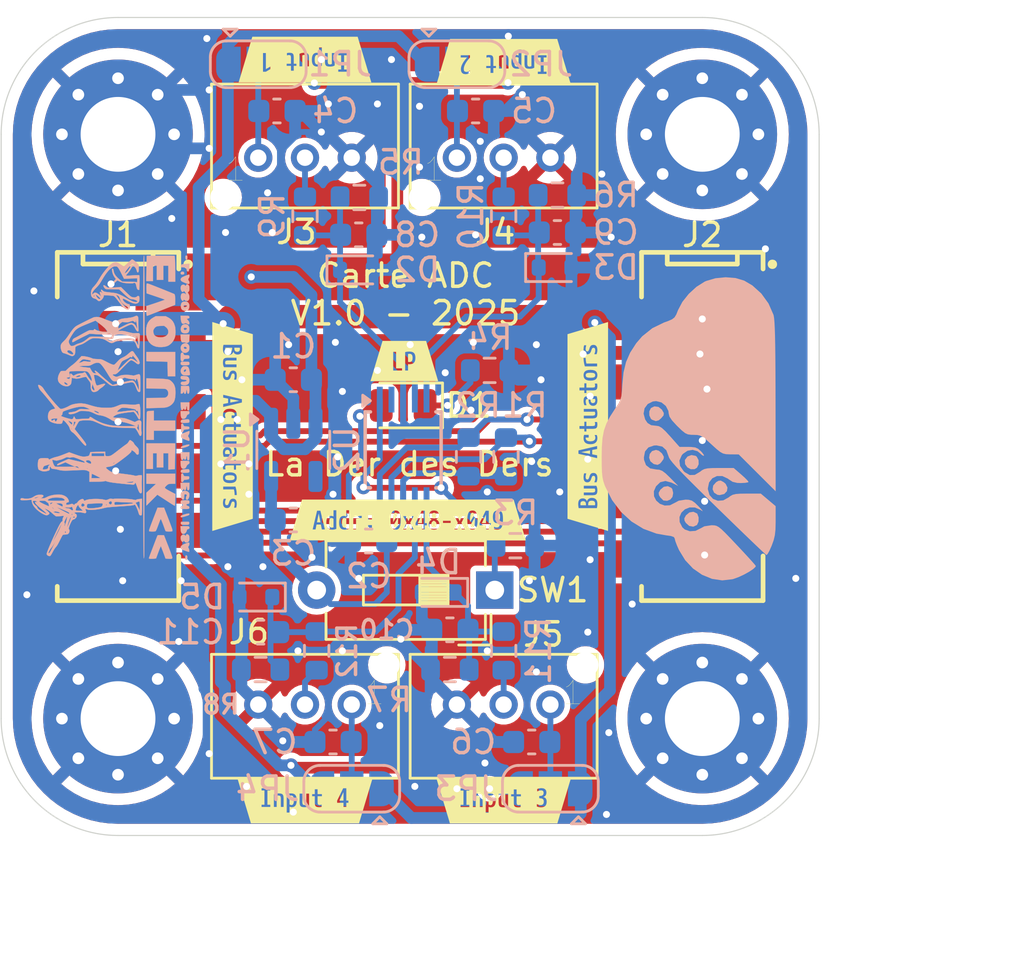
<source format=kicad_pcb>
(kicad_pcb (version 20221018) (generator pcbnew)
  (layers (0 "F.Cu" signal) (31 "B.Cu" signal) (34 "B.Paste" user) (35 "F.Paste" user) (36 "B.SilkS" user "B.Silkscreen") (37 "F.SilkS" user "F.Silkscreen") (38 "B.Mask" user) (39 "F.Mask" user) (44 "Edge.Cuts" user))
  (net 0 "")
  (net 1 "+5VL")
  (net 2 "GND")
  (net 3 "+3.3V")
  (net 4 "Net-(J3-Pin_1)")
  (net 5 "Net-(J4-Pin_1)")
  (net 6 "Net-(J5-Pin_1)")
  (net 7 "Net-(J6-Pin_1)")
  (net 8 "/AIN0")
  (net 9 "/AIN1")
  (net 10 "/AIN2")
  (net 11 "/AIN3")
  (net 12 "Net-(D1-K)")
  (net 13 "+12L")
  (net 14 "/SDA")
  (net 15 "/SCL")
  (net 16 "/AU")
  (net 17 "/RST")
  (net 18 "/CANH")
  (net 19 "/CANL")
  (net 20 "Net-(J3-Pin_2)")
  (net 21 "Net-(J4-Pin_2)")
  (net 22 "Net-(J5-Pin_2)")
  (net 23 "Net-(J6-Pin_2)")
  (net 24 "Net-(U2-ADDR)")
  (footprint "MountingHole:MountingHole_3.2mm_M3_Pad_Via" (layer "F.Cu") (at 45 45)
    (fp_text reference "H4" hide)
    (fp_text value "M3")
  )
  (footprint "kibuzzard-682DD448" (layer "F.Cu") (at 24.9 32.5 -90)
    (fp_text reference "kibuzzard-682DD448" hide)
    (fp_text value "G***" hide)
  )
  (footprint "kibuzzard-682DD483" (layer "F.Cu") (at 32.4 36.5)
    (fp_text reference "kibuzzard-682DD483" hide)
    (fp_text value "G***" hide)
  )
  (footprint "MountingHole:MountingHole_3.2mm_M3_Pad_Via" (layer "F.Cu") (at 45 20)
    (fp_text reference "H2" hide)
    (fp_text value "M3")
  )
  (footprint "kibuzzard-682DD3FF" (layer "F.Cu") (at 36.5 16.9 180)
    (fp_text reference "kibuzzard-682DD3FF" hide)
    (fp_text value "G***" hide)
  )
  (footprint "ConnectorsEvo:690367281076" (layer "F.Cu") (at 20 32.5 -90)
    (fp_text reference "J1")
    (fp_text value "Bus Evo")
  )
  (footprint "kibuzzard-682DD421" (layer "F.Cu") (at 28 48.5)
    (fp_text reference "kibuzzard-682DD421" hide)
    (fp_text value "G***" hide)
  )
  (footprint "MountingHole:MountingHole_3.2mm_M3_Pad_Via" (layer "F.Cu") (at 20 20)
    (fp_text reference "H1" hide)
    (fp_text value "M3")
  )
  (footprint "kibuzzard-682DD3F9" (layer "F.Cu") (at 28 16.8 180)
    (fp_text reference "kibuzzard-682DD3F9" hide)
    (fp_text value "G***" hide)
  )
  (footprint "LED_SMD:LED_0805_2012Metric" (layer "F.Cu") (at 32.2 31.6 180)
    (fp_text reference "D1")
    (fp_text value "RED")
  )
  (footprint "kibuzzard-682DD448" (layer "F.Cu") (at 40.1 32.5 90)
    (fp_text reference "kibuzzard-682DD448" hide)
    (fp_text value "G***" hide)
  )
  (footprint "ConnectorsEvo:B03B-PASK" (layer "F.Cu") (at 28 21 180)
    (fp_text reference "J3")
    (fp_text value "Input")
  )
  (footprint "ConnectorsEvo:B03B-PASK" (layer "F.Cu") (at 36.5 44.4)
    (fp_text reference "J5")
    (fp_text value "Input")
  )
  (footprint "Button_Switch_THT:SW_DIP_SPSTx01_Slide_6.7x4.1mm_W7.62mm_P2.54mm_LowProfile" (layer "F.Cu") (at 36.12 39.5 180)
    (fp_text reference "SW1")
    (fp_text value "SW_DIP_x01")
  )
  (footprint "ConnectorsEvo:B03B-PASK" (layer "F.Cu") (at 28 44.4)
    (fp_text reference "J6")
    (fp_text value "Input")
  )
  (footprint "ConnectorsEvo:690367281076" (layer "F.Cu") (at 45 32.5 -90)
    (fp_text reference "J2")
    (fp_text value "Bus Evo")
  )
  (footprint "kibuzzard-682DD415" (layer "F.Cu") (at 36.5 48.5)
    (fp_text reference "kibuzzard-682DD415" hide)
    (fp_text value "G***" hide)
  )
  (footprint "MountingHole:MountingHole_3.2mm_M3_Pad_Via" (layer "F.Cu") (at 20 45)
    (fp_text reference "H3" hide)
    (fp_text value "M3")
  )
  (footprint "kibuzzard-682DD754" (layer "F.Cu") (at 32.25 29.7)
    (fp_text reference "kibuzzard-682DD754" hide)
    (fp_text value "G***" hide)
  )
  (footprint "ConnectorsEvo:B03B-PASK" (layer "F.Cu") (at 36.5 21 180)
    (fp_text reference "J4")
    (fp_text value "Input")
  )
  (footprint "Resistor_SMD:R_0603_1608Metric" (layer "B.Cu") (at 28 23.5 90)
    (fp_text reference "R9")
    (fp_text value "R1")
  )
  (footprint "Package_SO:TSSOP-10_3x3mm_P0.5mm" (layer "B.Cu") (at 32.2 33.5 -90)
    (fp_text reference "U2")
    (fp_text value "ADS1115IDGS")
  )
  (footprint "Capacitor_SMD:C_0603_1608Metric" (layer "B.Cu") (at 34.2 41.2 180)
    (fp_text reference "C10")
    (fp_text value "C")
  )
  (footprint "Capacitor_SMD:C_0603_1608Metric" (layer "B.Cu") (at 30.3 24.3)
    (fp_text reference "C8")
    (fp_text value "C")
  )
  (footprint "Resistor_SMD:R_0603_1608Metric" (layer "B.Cu") (at 36.6 33.8 90)
    (fp_text reference "R1")
    (fp_text value "4.7k")
  )
  (footprint "Diode_SMD:D_SOD-523" (layer "B.Cu") (at 38.7 25.7)
    (fp_text reference "D3")
    (fp_text value "3V")
  )
  (footprint "Capacitor_SMD:C_0603_1608Metric" (layer "B.Cu") (at 27.5 30.5 180)
    (fp_text reference "C1")
    (fp_text value "1uF")
  )
  (footprint "Capacitor_SMD:C_0603_1608Metric" (layer "B.Cu") (at 38.8 24.2)
    (fp_text reference "C9")
    (fp_text value "C")
  )
  (footprint "Capacitor_SMD:C_0603_1608Metric" (layer "B.Cu") (at 30.725 37.4 180)
    (fp_text reference "C2")
    (fp_text value "100nF")
  )
  (footprint "Capacitor_SMD:C_0603_1608Metric" (layer "B.Cu") (at 26.8 19)
    (fp_text reference "C4")
    (fp_text value "100nF")
  )
  (footprint "MarkingEvo:logo-evo-min" (layer "B.Cu") (at 19.310768 31.776327 -90)
    (fp_text reference "LB1" hide)
    (fp_text value "LOGO" hide)
  )
  (footprint "Resistor_SMD:R_0603_1608Metric" (layer "B.Cu") (at 36.5 42.1 -90)
    (fp_text reference "R11")
    (fp_text value "R1")
  )
  (footprint "Resistor_SMD:R_0603_1608Metric" (layer "B.Cu") (at 34.2 42.9 180)
    (fp_text reference "R7")
    (fp_text value "R2")
  )
  (footprint "Diode_SMD:D_SOD-523" (layer "B.Cu") (at 33.7 39.6 180)
    (fp_text reference "D4")
    (fp_text value "3V")
  )
  (footprint "Jumper:SolderJumper-3_P1.3mm_Open_RoundedPad1.0x1.5mm" (layer "B.Cu") (at 30 48 180)
    (fp_text reference "JP4")
    (fp_text value "SolderJumper_3_Open")
  )
  (footprint "Resistor_SMD:R_0603_1608Metric" (layer "B.Cu") (at 30.325 22.7)
    (fp_text reference "R5")
    (fp_text value "R2")
  )
  (footprint "Resistor_SMD:R_0603_1608Metric" (layer "B.Cu") (at 26.1 42.9 180)
    (fp_text reference "R8")
    (fp_text value "R2")
  )
  (footprint "Capacitor_SMD:C_0603_1608Metric" (layer "B.Cu") (at 37.7 46 180)
    (fp_text reference "C6")
    (fp_text value "100nF")
  )
  (footprint "Resistor_SMD:R_0603_1608Metric" (layer "B.Cu") (at 38.8 22.6)
    (fp_text reference "R6")
    (fp_text value "R2")
  )
  (footprint "Package_TO_SOT_SMD:SOT-23-5" (layer "B.Cu") (at 27.5 33.5 -90)
    (fp_text reference "U1")
    (fp_text value "NCP718xSN330")
  )
  (footprint "Jumper:SolderJumper-3_P1.3mm_Open_RoundedPad1.0x1.5mm" (layer "B.Cu") (at 38.5 48 180)
    (fp_text reference "JP3")
    (fp_text value "SolderJumper_3_Open")
  )
  (footprint "Capacitor_SMD:C_0603_1608Metric" (layer "B.Cu") (at 27.5 36.5)
    (fp_text reference "C3")
    (fp_text value "1uF")
  )
  (footprint "Capacitor_SMD:C_0603_1608Metric" (layer "B.Cu") (at 26.1 41.3 180)
    (fp_text reference "C11")
    (fp_text value "C")
  )
  (footprint "Jumper:SolderJumper-3_P1.3mm_Open_RoundedPad1.0x1.5mm" (layer "B.Cu") (at 34.5 17)
    (fp_text reference "JP2")
    (fp_text value "SolderJumper_3_Open")
  )
  (footprint "Resistor_SMD:R_0603_1608Metric" (layer "B.Cu") (at 35.9 30.1)
    (fp_text reference "R4")
    (fp_text value "510")
  )
  (footprint "Capacitor_SMD:C_0603_1608Metric" (layer "B.Cu") (at 29.2 46 180)
    (fp_text reference "C7")
    (fp_text value "100nF")
  )
  (footprint "Resistor_SMD:R_0603_1608Metric" (layer "B.Cu") (at 36.5 23.5 90)
    (fp_text reference "R10")
    (fp_text value "R1")
  )
  (footprint "Capacitor_SMD:C_0603_1608Metric" (layer "B.Cu") (at 35.3 19)
    (fp_text reference "C5")
    (fp_text value "100nF")
  )
  (footprint "Diode_SMD:D_SOD-523" (layer "B.Cu") (at 30.2 25.8)
    (fp_text reference "D2")
    (fp_text value "3V")
  )
  (footprint "MarkingEvo:Logo Aisler Min" (layer "B.Cu") (at 44.4 32.6 -90)
    (fp_text reference "LB2" hide)
    (fp_text value "LOGO" hide)
  )
  (footprint "Resistor_SMD:R_0603_1608Metric" (layer "B.Cu") (at 35 33.8 90)
    (fp_text reference "R2")
    (fp_text value "4.7k")
  )
  (footprint "Resistor_SMD:R_0603_1608Metric" (layer "B.Cu") (at 28.5 42.1 -90)
    (fp_text reference "R12")
    (fp_text value "R1")
  )
  (footprint "Jumper:SolderJumper-3_P1.3mm_Open_RoundedPad1.0x1.5mm" (layer "B.Cu") (at 26 17)
    (fp_text reference "JP1")
    (fp_text value "SolderJumper_3_Open")
  )
  (footprint "Diode_SMD:D_SOD-523" (layer "B.Cu") (at 25.9 39.8 180)
    (fp_text reference "D5")
    (fp_text value "3V")
  )
  (footprint "Resistor_SMD:R_0603_1608Metric" (layer "B.Cu") (at 37 37.6)
    (fp_text reference "R3")
    (fp_text value "10k")
  )
  (gr_line (start 20 15) (end 45 15) (stroke (width 0.05)) (layer "Edge.Cuts"))
  (gr_arc (start 20 50) (mid 16.464466 48.535534) (end 15 45) (stroke (width 0.05)) (layer "Edge.Cuts"))
  (gr_arc (start 50 45) (mid 48.535534 48.535534) (end 45 50) (stroke (width 0.05)) (layer "Edge.Cuts"))
  (gr_arc (start 45 15) (mid 48.535534 16.464466) (end 50 20) (stroke (width 0.05)) (layer "Edge.Cuts"))
  (gr_line (start 50 20) (end 50 45) (stroke (width 0.05)) (layer "Edge.Cuts"))
  (gr_arc (start 15 20) (mid 16.464466 16.464466) (end 20 15) (stroke (width 0.05)) (layer "Edge.Cuts"))
  (gr_line (start 45 50) (end 20 50) (stroke (width 0.05)) (layer "Edge.Cuts"))
  (gr_line (start 15 45) (end 15 20) (stroke (width 0.05)) (layer "Edge.Cuts"))
  (gr_text "La Der des Ders" (at 26.2 34.7) (layer "F.SilkS") (effects (font (size 1 1)) (justify left bottom)))
  (gr_text "Carte ADC\nV1.0 - 2025" (at 32.3 26.85) (layer "F.SilkS") (effects (font (size 1 1))))
  (segment (start 31.95 26.05) (end 32 26.1) (width 0.5) (layer "F.Cu") (net 1))
  (segment (start 22.935 26.1) (end 22.25 26.785) (width 2) (layer "F.Cu") (net 1))
  (segment (start 27.4 47) (end 27.5 47.1) (width 0.5) (layer "F.Cu") (net 1))
  (segment (start 32 26.1) (end 25.7 26.1) (width 2) (layer "F.Cu") (net 1))
  (segment (start 33.3 26.1) (end 32 26.1) (width 2) (layer "F.Cu") (net 1))
  (segment (start 25.7 26.1) (end 22.935 26.1) (width 2) (layer "F.Cu") (net 1))
  (segment (start 34.839339 47.1) (end 35.739339 48) (width 0.5) (layer "F.Cu") (net 1))
  (segment (start 27.5 47.1) (end 34.839339 47.1) (width 0.5) (layer "F.Cu") (net 1))
  (segment (start 31.95 17.85) (end 31.95 26.05) (width 0.5) (layer "F.Cu") (net 1))
  (segment (start 33.3 26.1) (end 46.565 26.1) (width 2) (layer "F.Cu") (net 1))
  (segment (start 31.9 17.8) (end 31.95 17.85) (width 0.5) (layer "F.Cu") (net 1))
  (segment (start 36.673272 17.8) (end 36.685421 17.787851) (width 0.5) (layer "F.Cu") (net 1))
  (segment (start 31.9 17.8) (end 36.673272 17.8) (width 0.5) (layer "F.Cu") (net 1))
  (segment (start 28.4 17.8) (end 31.9 17.8) (width 0.5) (layer "F.Cu") (net 1))
  (segment (start 35.739339 48) (end 35.9 48) (width 0.5) (layer "F.Cu") (net 1))
  (segment (start 46.565 26.1) (end 47.25 26.785) (width 2) (layer "F.Cu") (net 1))
  (via (at 28.4 17.8) (size 0.6) (drill 0.3) (layers "F.Cu" "B.Cu") (net 1))
  (via (at 27.4 47) (size 0.6) (drill 0.3) (layers "F.Cu" "B.Cu") (net 1))
  (via (at 35.9 48) (size 0.6) (drill 0.3) (layers "F.Cu" "B.Cu") (net 1))
  (via (at 25.7 26.1) (size 0.6) (drill 0.3) (layers "F.Cu" "B.Cu") (net 1))
  (via (at 36.685421 17.787851) (size 0.6) (drill 0.3) (layers "F.Cu" "B.Cu") (net 1))
  (segment (start 24.575 43.59978) (end 24.4 43.42478) (width 0.5) (layer "B.Cu") (net 1))
  (segment (start 26.55 32.05) (end 26.55 32.3625) (width 0.5) (layer "B.Cu") (net 1))
  (segment (start 28.45 33.024999) (end 28.45 32.3625) (width 0.5) (layer "B.Cu") (net 1))
  (segment (start 28.275 26.875) (end 28.275 30.5) (width 0.5) (layer "B.Cu") (net 1))
  (segment (start 28.4 48) (end 27.4 47) (width 0.5) (layer "B.Cu") (net 1))
  (segment (start 26.55 32.927684) (end 27.097316 33.475) (width 0.5) (layer "B.Cu") (net 1))
  (segment (start 24.4 39.260661) (end 23 37.860661) (width 0.5) (layer "B.Cu") (net 1))
  (segment (start 25.7 26.1) (end 27.5 26.1) (width 0.5) (layer "B.Cu") (net 1))
  (segment (start 28.7 48) (end 28.4 48) (width 0.5) (layer "B.Cu") (net 1))
  (segment (start 26.9 47) (end 24.575 44.675) (width 0.5) (layer "B.Cu") (net 1))
  (segment (start 24.4 43.42478) (end 24.4 39.260661) (width 0.5) (layer "B.Cu") (net 1))
  (segment (start 23 32.2) (end 23.8 31.4) (width 0.5) (layer "B.Cu") (net 1))
  (segment (start 23.8 31.4) (end 25.9 31.4) (width 0.5) (layer "B.Cu") (net 1))
  (segment (start 25.9 31.4) (end 26.55 32.05) (width 0.5) (layer "B.Cu") (net 1))
  (segment (start 27.999999 33.475) (end 28.45 33.024999) (width 0.5) (layer "B.Cu") (net 1))
  (segment (start 27.5 26.1) (end 28.275 26.875) (width 0.5) (layer "B.Cu") (net 1))
  (segment (start 26.55 32.3625) (end 26.55 32.927684) (width 0.5) (layer "B.Cu") (net 1))
  (segment (start 35.89757 17) (end 35.8 17) (width 0.5) (layer "B.Cu") (net 1))
  (segment (start 23 37.860661) (end 23 32.2) (width 0.5) (layer "B.Cu") (net 1))
  (segment (start 24.575 44.675) (end 24.575 43.59978) (width 0.5) (layer "B.Cu") (net 1))
  (segment (start 27.097316 33.475) (end 27.999999 33.475) (width 0.5) (layer "B.Cu") (net 1))
  (segment (start 35.9 48) (end 37.2 48) (width 0.5) (layer "B.Cu") (net 1))
  (segment (start 28.4 17.8) (end 27.6 17) (width 0.5) (layer "B.Cu") (net 1))
  (segment (start 36.685421 17.787851) (end 35.89757 17) (width 0.5) (layer "B.Cu") (net 1))
  (segment (start 27.6 17) (end 27.3 17) (width 0.5) (layer "B.Cu") (net 1))
  (segment (start 28.45 30.675) (end 28.275 30.5) (width 0.5) (layer "B.Cu") (net 1))
  (segment (start 28.45 32.3625) (end 28.45 30.675) (width 0.5) (layer "B.Cu") (net 1))
  (segment (start 27.4 47) (end 26.9 47) (width 0.5) (layer "B.Cu") (net 1))
  (segment (start 48.3 24.9) (end 49.2 25.8) (width 0.5) (layer "F.Cu") (net 2))
  (segment (start 44.9 30.6) (end 45.2 30.9) (width 0.5) (layer "F.Cu") (net 2))
  (segment (start 20 32.3) (end 20 30.595) (width 0.5) (layer "F.Cu") (net 2))
  (segment (start 44.9 29.4) (end 44.9 30.6) (width 0.5) (layer "F.Cu") (net 2))
  (segment (start 49.2 38.145) (end 49.045 38.3) (width 0.5) (layer "F.Cu") (net 2))
  (segment (start 15.8 31.935) (end 15.8 34.3) (width 0.5) (layer "F.Cu") (net 2))
  (segment (start 49.25 30.55) (end 49.2 30.6) (width 0.5) (layer "F.Cu") (net 2))
  (segment (start 39.9 29.4) (end 44.9 29.4) (width 0.5) (layer "F.Cu") (net 2))
  (segment (start 43.48 30.595) (end 42.75 30.595) (width 1) (layer "F.Cu") (net 2))
  (segment (start 15.865 34.4) (end 19.9 34.4) (width 0.5) (layer "F.Cu") (net 2))
  (segment (start 44.75 29.325) (end 43.48 30.595) (width 1) (layer "F.Cu") (net 2))
  (segment (start 49.2 30.6) (end 49.2 33.1) (width 0.5) (layer "F.Cu") (net 2))
  (segment (start 15.8 29.255) (end 15.8 24.2) (width 0.5) (layer "F.Cu") (net 2))
  (segment (start 22.275 29.3) (end 22.25 29.325) (width 1) (layer "F.Cu") (net 2))
  (segment (start 49.2 25.8) (end 49.2 28.125) (width 0.5) (layer "F.Cu") (net 2))
  (segment (start 20.1 29.4) (end 20 29.3) (width 0.5) (layer "F.Cu") (net 2))
  (segment (start 40.2 31.2) (end 40.805 30.595) (width 1) (layer "F.Cu") (net 2))
  (segment (start 17.14 30.595) (end 15.8 31.935) (width 0.5) (layer "F.Cu") (net 2))
  (segment (start 47.25 29.325) (end 48.225 29.325) (width 0.5) (layer "F.Cu") (net 2))
  (segment (start 49.2 35.7) (end 45.1 35.7) (width 0.5) (layer "F.Cu") (net 2))
  (segment (start 15.8 34.335) (end 15.865 34.4) (width 0.5) (layer "F.Cu") (net 2))
  (segment (start 20.25 30.595) (end 21.52 29.325) (width 1) (layer "F.Cu") (net 2))
  (segment (start 20.105 30.595) (end 20.25 30.595) (width 1) (layer "F.Cu") (net 2))
  (segment (start 44.9 29.4) (end 44.825 29.325) (width 1) (layer "F.Cu") (net 2))
  (segment (start 17.75 30.595) (end 20.095 30.595) (width 1) (layer "F.Cu") (net 2))
  (segment (start 17.75 30.595) (end 17.14 30.595) (width 0.5) (layer "F.Cu") (net 2))
  (segment (start 49.2 33.1) (end 45 33.1) (width 0.5) (layer "F.Cu") (net 2))
  (segment (start 20.1 30.6) (end 20.105 30.595) (width 1) (layer "F.Cu") (net 2))
  (segment (start 20 30.595) (end 17.75 30.595) (width 0.5) (layer "F.Cu") (net 2))
  (segment (start 48.225 29.325) (end 49.25 30.35) (width 0.5) (layer "F.Cu") (net 2))
  (segment (start 15.8 24.2) (end 20 20) (width 0.5) (layer "F.Cu") (net 2))
  (segment (start 24.7 29.3) (end 22.275 29.3) (width 1) (layer "F.Cu") (net 2))
  (segment (start 15.8 36.9) (end 20.1 36.9) (width 0.5) (layer "F.Cu") (net 2))
  (segment (start 49.2 33.1) (end 49.2 35.7) (width 0.5) (layer "F.Cu") (net 2))
  (segment (start 17.14 30.595) (end 15.8 29.255) (width 0.5) (layer "F.Cu") (net 2))
  (segment (start 20.095 30.595) (end 20.1 30.6) (width 1) (layer "F.Cu") (net 2))
  (segment (start 44.825 29.325) (end 44.75 29.325) (width 1) (layer "F.Cu") (net 2))
  (segment (start 44.9 28) (end 45 27.9) (width 0.5) (layer "F.Cu") (net 2))
  (segment (start 47.7 24.9) (end 48.3 24.9) (width 0.5) (layer "F.Cu") (net 2))
  (segment (start 20.1 30.6) (end 20.1 29.4) (width 0.5) (layer "F.Cu") (net 2))
  (segment (start 48 29.325) (end 47.25 29.325) (width 0.5) (layer "F.Cu") (net 2))
  (segment (start 49.25 30.35) (end 49.25 30.55) (width 0.5) (layer "F.Cu") (net 2))
  (segment (start 45.4 38.3) (end 45.1 38) (width 0.5) (layer "F.Cu") (net 2))
  (segment (start 44.9 29.4) (end 44.9 28) (width 0.5) (layer "F.Cu") (net 2))
  (segment (start 49.2 28.125) (end 48 29.325) (width 0.5) (layer "F.Cu") (net 2))
  (segment (start 47.25 29.325) (end 44.975 29.325) (width 1) (layer "F.Cu") (net 2))
  (segment (start 15.8 36.9) (end 15.8 39.4) (width 0.5) (layer "F.Cu") (net 2))
  (segment (start 15.8 39.4) (end 16.1 39.7) (width 0.5) (layer "F.Cu") (net 2))
  (segment (start 49.2 35.7) (end 49.2 38.145) (width 0.5) (layer "F.Cu") (net 2))
  (segment (start 21.52 29.325) (end 22.25 29.325) (width 1) (layer "F.Cu") (net 2))
  (segment (start 40.805 30.595) (end 42.75 30.595) (width 1) (layer "F.Cu") (net 2))
  (segment (start 15.8 34.3) (end 15.8 36.9) (width 0.5) (layer "F.Cu") (net 2))
  (segment (start 15.8 34.3) (end 15.8 34.335) (width 0.5) (layer "F.Cu") (net 2))
  (segment (start 49.045 38.3) (end 45.4 38.3) (width 0.5) (layer "F.Cu") (net 2))
  (segment (start 44.975 29.325) (end 44.9 29.4) (width 1) (layer "F.Cu") (net 2))
  (via (at 29.2 35.4) (size 0.6) (drill 0.3) (layers "F.Cu" "B.Cu") (net 2))
  (via (at 41 45.6) (size 0.6) (drill 0.3) (layers "F.Cu" "B.Cu") (net 2))
  (via (at 37.7 34) (size 0.6) (drill 0.3) (layers "F.Cu" "B.Cu") (net 2))
  (via (at 23.9 18.1) (size 0.6) (drill 0.3) (layers "F.Cu" "B.Cu") (net 2))
  (via (at 35.3 24.3) (size 0.6) (drill 0.3) (layers "F.Cu" "B.Cu") (net 2))
  (via (at 44.9 29.4) (size 0.6) (drill 0.3) (layers "F.Cu" "B.Cu") (net 2))
  (via (at 45.2 30.9) (size 0.6) (drill 0.3) (layers "F.Cu" "B.Cu") (net 2))
  (via (at 37.9 29) (size 0.6) (drill 0.3) (layers "F.Cu" "B.Cu") (net 2))
  (via (at 24.6 24.2) (size 0.6) (drill 0.3) (layers "F.Cu" "B.Cu") (net 2))
  (via (at 28.3 38.1) (size 0.6) (drill 0.3) (layers "F.Cu" "B.Cu") (net 2))
  (via (at 45 33.1) (size 0.6) (drill 0.3) (layers "F.Cu" "B.Cu") (net 2))
  (via (at 31.1 30.1) (size 0.6) (drill 0.3) (layers "F.Cu" "B.Cu") (net 2))
  (via (at 20 32.3) (size 0.6) (drill 0.3) (layers "F.Cu" "B.Cu") (net 2))
  (via (at 32.7 47.9) (size 0.6) (drill 0.3) (layers "F.Cu" "B.Cu") (net 2))
  (via (at 19.9 34.4) (size 0.6) (drill 0.3) (layers "F.Cu" "B.Cu") (net 2))
  (via (at 25.6 35.4) (size 0.6) (drill 0.3) (layers "F.Cu" "B.Cu") (net 2))
  (via (at 20.1 30.6) (size 0.6) (drill 0.3) (layers "F.Cu" "B.Cu") (net 2))
  (via (at 20.2 39.1) (size 0.6) (drill 0.3) (layers "F.Cu" "B.Cu") (net 2))
  (via (at 32.1 41.6) (size 0.6) (drill 0.3) (layers "F.Cu" "B.Cu") (net 2))
  (via (at 26.6 24.2) (size 0.6) (drill 0.3) (layers "F.Cu" "B.Cu") (net 2))
  (via (at 45.1 35.7) (size 0.6) (drill 0.3) (layers "F.Cu" "B.Cu") (net 2))
  (via (at 25.5 47.9) (size 0.6) (drill 0.3) (layers "F.Cu" "B.Cu") (net 2))
  (via (at 20 29.3) (size 0.6) (drill 0.3) (layers "F.Cu" "B.Cu") (net 2))
  (via (at 32.9 18.8) (size 0.6) (drill 0.3) (layers "F.Cu" "B.Cu") (net 2))
  (via (at 30.3 39) (size 0.6) (drill 0.3) (layers "F.Cu" "B.Cu") (net 2))
  (via (at 26.2 38.5) (size 0.6) (drill 0.3) (layers "F.Cu" "B.Cu") (net 2))
  (via (at 16.4 26.7) (size 0.6) (drill 0.3) (layers "F.Cu" "B.Cu") (net 2))
  (via (at 34.5 48) (size 0.6) (drill 0.3) (layers "F.Cu" "B.Cu") (net 2))
  (via (at 27.3 29) (size 0.6) (drill 0.3) (layers "F.Cu" "B.Cu") (net 2))
  (via (at 32.5 29) (size 0.6) (drill 0.3) (layers "F.Cu" "B.Cu") (net 2))
  (via (at 41.1 24.4) (size 0.6) (drill 0.3) (layers "F.Cu" "B.Cu") (net 2))
  (via (at 35.8 42.1) (size 0.6) (drill 0.3) (layers "F.Cu" "B.Cu") (net 2))
  (via (at 31.7 16.8) (size 0.6) (drill 0.3) (layers "F.Cu" "B.Cu") (net 2))
  (via (at 42 40.1) (size 0.6) (drill 0.3) (layers "F.Cu" "B.Cu") (net 2))
  (via (at 35.8 35.3) (size 0.6) (drill 0.3) (layers "F.Cu" "B.Cu") (net 2))
  (via (at 29 18.7) (size 0.6) (drill 0.3) (layers "F.Cu" "B.Cu") (net 2))
  (via (at 38.9 35.3) (size 0.6) (drill 0.3) (layers "F.Cu" "B.Cu") (net 2))
  (via (at 23.9 46.5) (size 0.6) (drill 0.3) (layers "F.Cu" "B.Cu") (net 2))
  (via (at 35.7 46.9) (size 0.6) (drill 0.3) (layers "F.Cu" "B.Cu") (net 2))
  (via (at 24.4 34.1) (size 0.6) (drill 0.3) (layers "F.Cu" "B.Cu") (net 2))
  (via (at 35.5 21.9) (size 0.6) (drill 0.3) (layers "F.Cu" "B.Cu") (net 2))
  (via (at 27.7 42.1) (size 0.6) (drill 0.3) (layers "F.Cu" "B.Cu") (net 2))
  (via (at 49 39) (size 0.6) (drill 0.3) (layers "F.Cu" "B.Cu") (net 2))
  (via (at 47.7 24.9) (size 0.6) (drill 0.3) (layers "F.Cu" "B.Cu") (net 2))
  (via (at 23.9 20.6) (size 0.6) (drill 0.3) (layers "F.Cu" "B.Cu") (net 2))
  (via (at 40.7 21.7) (size 0.6) (drill 0.3) (layers "F.Cu" "B.Cu") (net 2))
  (via (at 29.6 31) (size 0.6) (drill 0.3) (layers "F.Cu" "B.Cu") (net 2))
  (via (at 37.3 18.3) (size 0.6) (drill 0.3) (layers "F.Cu" "B.Cu") (net 2))
  (via (at 29.6 42.1) (size 0.6) (drill 0.3) (layers "F.Cu" "B.Cu") (net 2))
  (via (at 23.8 15.9) (size 0.6) (drill 0.3) (layers "F.Cu" "B.Cu") (net 2))
  (via (at 29.3 28.9) (size 0.6) (drill 0.3) (layers "F.Cu" "B.Cu") (net 2))
  (via (at 28.7 16.8) (size 0.6) (drill 0.3) (layers "F.Cu" "B.Cu") (net 2))
  (via (at 40.2 38.2) (size 0.6) (drill 0.3) (layers "F.Cu" "B.Cu") (net 2))
  (via (at 36.7 15.8) (size 0.6) (drill 0.3) (layers "F.Cu" "B.Cu") (net 2))
  (via (at 33 24.4) (size 0.6) (drill 0.3) (layers "F.Cu" "B.Cu") (net 2))
  (via (at 39.9 29.4) (size 0.6) (drill 0.3) (layers "F.Cu" "B.Cu") (net 2))
  (via (at 20.1 36.9) (size 0.6) (drill 0.3) (layers "F.Cu" "B.Cu") (net 2))
  (via (at 32.9 21.4) (size 0.6) (drill 0.3) (layers "F.Cu" "B.Cu") (net 2))
  (via (at 25.3 30.5) (size 0.6) (drill 0.3) (layers "F.Cu" "B.Cu") (net 2))
  (via (at 45 27.9) (size 0.6) (drill 0.3) (layers "F.Cu" "B.Cu") (net 2))
  (via (at 35.1 31.8) (size 0.6) (drill 0.3) (layers "F.Cu" "B.Cu") (net 2))
  (via (at 34 30.2) (size 0.6) (drill 0.3) (layers "F.Cu" "B.Cu") (net 2))
  (via (at 40.1 33.9) (size 0.6) (drill 0.3) (layers "F.Cu" "B.Cu") (net 2))
  (via (at 22.3 23.6) (size 0.6) (drill 0.3) (layers "F.Cu" "B.Cu") (net 2))
  (via (at 26.4 22.5) (size 0.6) (drill 0.3) (layers "F.Cu" "B.Cu") (net 2))
  (via (at 27.05 45.95) (size 0.6) (drill 0.3) (layers "F.Cu" "B.Cu") (net 2))
  (via (at 35.5 20.3) (size 0.6) (drill 0.3) (layers "F.Cu" "B.Cu") (net 2))
  (via (at 31.1 18.7) (size 0.6) (drill 0.3) (layers "F.Cu" "B.Cu") (net 2))
  (via (at 35.2 28.9) (size 0.6) (drill 0.3) (layers "F.Cu" "B.Cu") (net 2))
  (via (at 37.9 43) (size 0.6) (drill 0.3) (layers "F.Cu" "B.Cu") (net 2))
  (via (at 31.2 45.3) (size 0.6) (drill 0.3) (layers "F.Cu" "B.Cu") (net 2))
  (via (at 25.1 32.2) (size 0.6) (drill 0.3) (layers "F.Cu" "B.Cu") (net 2))
  (via (at 24.7 38.5) (size 0.6) (drill 0.3) (layers "F.Cu" "B.Cu") (net 2))
  (via (at 38.1 30.5) (size 0.6) (drill 0.3) (layers "F.Cu" "B.Cu") (net 2))
  (via (at 24.4 32.2) (size 0.6) (drill 0.3) (layers "F.Cu" "B.Cu") (net 2))
  (via (at 16.1 39.7) (size 0.6) (drill 0.3) (layers "F.Cu" "B.Cu") (net 2))
  (via (at 40.1 41.3) (size 0.6) (drill 0.3) (layers "F.Cu" "B.Cu") (net 2))
  (via (at 22.7 39.1) (size 0.6) (drill 0.3) (layers "F.Cu" "B.Cu") (net 2))
  (via (at 28.7 19.9) (size 0.6) (drill 0.3) (layers "F.Cu" "B.Cu") (net 2))
  (via (at 19.7 26.4) (size 0.6) (drill 0.3) (layers "F.Cu" "B.Cu") (net 2))
  (via (at 45.1 38) (size 0.6) (drill 0.3) (layers "F.Cu" "B.Cu") (net 2))
  (via (at 25.6 34.1) (size 0.6) (drill 0.3) (layers "F.Cu" "B.Cu") (net 2))
  (via (at 24.7 29.3) (size 0.6) (drill 0.3) (layers "F.Cu" "B.Cu") (net 2))
  (via (at 29.4 33.8) (size 0.6) (drill 0.3) (layers "F.Cu" "B.Cu") (net 2))
  (via (at 22.6 41.7) (size 0.6) (drill 0.3) (layers "F.Cu" "B.Cu") (net 2))
  (via (at 27.5 49) (size 0.6) (drill 0.3) (layers "F.Cu" "B.Cu") (net 2))
  (via (at 40.2 31.2) (size 0.6) (drill 0.3) (layers "F.Cu" "B.Cu") (net 2))
  (via (at 37.6 39.1) (size 0.6) (drill 0.3) (layers "F.Cu" "B.Cu") (net 2))
  (via (at 40.9 49.1) (size 0.6) (drill 0.3) (layers "F.Cu" "B.Cu") (net 2))
  (segment (start 30.9 24.475) (end 31.075 24.3) (width 0.5) (layer "B.Cu") (net 2))
  (segment (start 23.875 46.475) (end 23.875 43.88973) (width 0.5) (layer "B.Cu") (net 2))
  (segment (start 21.9 18.1) (end 21.697056 18.302944) (width 0.5) (layer "B.Cu") (net 2))
  (segment (start 23.875 43.88973) (end 23.7 43.714729) (width 0.5) (layer "B.Cu") (net 2))
  (segment (start 35.1 31.8) (end 34.8 31.8) (width 0.25) (layer "B.Cu") (net 2))
  (segment (start 25.2 41.175) (end 25.325 41.3) (width 0.5) (layer "B.Cu") (net 2))
  (segment (start 37.125 30.5) (end 36.725 30.1) (width 0.5) (layer "B.Cu") (net 2))
  (segment (start 28.425 46) (end 28.425 45.475) (width 0.25) (layer "B.Cu") (net 2))
  (segment (start 36.6 19) (end 37.3 18.3) (width 0.5) (layer "B.Cu") (net 2))
  (segment (start 23.7 42.7) (end 22.7 41.7) (width 0.5) (layer "B.Cu") (net 2))
  (segment (start 23.9 18.1) (end 21.9 18.1) (width 0.5) (layer "B.Cu") (net 2))
  (segment (start 29.3 35.5) (end 29.3 36.75) (width 0.5) (layer "B.Cu") (net 2))
  (segment (start 31.6 25.8) (end 30.9 25.8) (width 0.5) (layer "B.Cu") (net 2))
  (segment (start 22.7 41.7) (end 22.6 41.7) (width 0.5) (layer "B.Cu") (net 2))
  (segment (start 28.3 36.525) (end 28.275 36.5) (width 0.5) (layer "B.Cu") (net 2))
  (segment (start 34.8 31.8) (end 34.1 32.5) (width 0.25) (layer "B.Cu") (net 2))
  (segment (start 26.929 20.757195) (end 26.929 21.971) (width 0.25) (layer "B.Cu") (net 2))
  (segment (start 29 44.9) (end 29 43.8) (width 0.25) (layer "B.Cu") (net 2))
  (segment (start 29.95 37.4) (end 29.175 37.4) (width 0.5) (layer "B.Cu") (net 2))
  (segment (start 32.1 41.625) (end 33.375 42.9) (width 0.5) (layer "B.Cu") (net 2))
  (segment (start 29.25 38.1) (end 29.95 37.4) (width 0.5) (layer "B.Cu") (net 2))
  (segment (start 27.05 45.95) (end 27.05 45.45) (width 0.5) (layer "B.Cu") (net 2))
  (segment (start 27.5 32.3625) (end 27.5 31.275) (width 0.5) (layer "B.Cu") (net 2))
  (segment (start 29.6 43.2) (end 29.6 42.1) (width 0.25) (layer "B.Cu") (net 2))
  (segment (start 30.575 28.9) (end 32.2 30.525) (width 0.25) (layer "B.Cu") (net 2))
  (segment (start 29.6 31) (end 29.3 31.3) (width 0.5) (layer "B.Cu") (net 2))
  (segment (start 29.3 36.75) (end 29.95 37.4) (width 0.5) (layer "B.Cu") (net 2))
  (segment (start 29.175 37.4) (end 28.275 36.5) (width 0.5) (layer "B.Cu") (net 2))
  (segment (start 29.3 28.9) (end 30.575 28.9) (width 0.25) (layer "B.Cu") (net 2))
  (segment (start 26.929 21.971) (end 26.4 22.5) (width 0.25) (layer "B.Cu") (net 2))
  (segment (start 33.375 42.9) (end 33.375 43.275) (width 0.5) (layer "B.Cu") (net 2))
  (segment (start 27.8 19) (end 27.575 19) (width 0.5) (layer "B.Cu") (net 2))
  (segment (start 27.5 31.275) (end 26.725 30.5) (width 0.5) (layer "B.Cu") (net 2))
  (segment (start 34.1 32.5) (end 32.4 32.5) (width 0.25) (layer "B.Cu") (net 2))
  (segment (start 29.3 31.3) (end 29.3 33.7) (width 0.5) (layer "B.Cu") (net 2))
  (segment (start 29.3 33.7) (end 29.4 33.8) (width 0.5) (layer "B.Cu") (net 2))
  (segment (start 27.05 45.45) (end 26 44.4) (width 0.5) (layer "B.Cu") (net 2))
  (segment (start 25.2 39.8) (end 25.2 41.175) (width 0.5) (layer "B.Cu") (net 2))
  (segment (start 29.3 33.9) (end 29.3 35.3) (width 0.5) (layer "B.Cu") (net 2))
  (segment (start 31.15 22.15) (end 30 21) (width 0.5) (layer "B.Cu") (net 2))
  (segment (start 23.9 20.6) (end 23 20.6) (width 0.5) (layer "B.Cu") (net 2))
  (segment (start 38.1 30.5) (end 37.125 30.5) (width 0.5) (layer "B.Cu") (net 2))
  (segment (start 36.075 19) (end 36.6 19) (width 0.5) (layer "B.Cu") (net 2))
  (segment (start 23.7 43.714729) (end 23.7 42.7) (width 0.5) (layer "B.Cu") (net 2))
  (segment (start 31.075 24.3) (end 31.075 22.775) (width 0.5) (layer "B.Cu") (net 2))
  (segment (start 25.275 43.675) (end 25.275 42.9) (width 0.5) (layer "B.Cu") (net 2))
  (segment (start 36.925 46) (end 36.1 46) (width 0.5) (layer "B.Cu") (net 2))
  (segment (start 33.425 41.2) (end 33.425 42.85) (width 0.5) (layer "B.Cu") (net 2))
  (segment (start 27.1 46) (end 28.425 46) (width 0.5) (layer "B.Cu") (net 2))
  (segment (start 25.325 41.3) (end 25.275 41.35) (width 0.5) (layer "B.Cu") (net 2))
  (segment (start 30.9 25.8) (end 30.9 24.475) (width 0.5) (layer "B.Cu") (net 2))
  (segment (start 36.1 46) (end 34.5 44.4) (width 0.5) (layer "B.Cu") (net 2))
  (segment (start 32.1 41.6) (end 32.1 41.625) (width 0.5) (layer "B.Cu") (net 2))
  (segment (start 31.15 22.7) (end 31.15 22.15) (width 0.5) (layer "B.Cu") (net 2))
  (segment (start 28.7 19.9) (end 27.786195 19.9) (width 0.25) (layer "B.Cu") (net 2))
  (segment (start 33 39.6) (end 33 40.775) (width 0.5) (layer "B.Cu") (net 2))
  (segment (start 25.275 41.35) (end 25.275 42.9) (width 0.5) (layer "B.Cu") (net 2))
  (segment (start 28.3 38.1) (end 28.3 36.525) (width 0.5) (layer "B.Cu") (net 2))
  (segment (start 31.075 22.775) (end 31.15 22.7) (width 0.5) (layer "B.Cu") (net 2))
  (segment (start 33.425 42.85) (end 33.375 42.9) (width 0.5) (layer "B.Cu") (net 2))
  (segment (start 28.7 19.9) (end 27.8 19) (width 0.5) (layer "B.Cu") (net 2))
  (segment (start 27.05 45.45) (end 25.275 43.675) (width 0.5) (layer "B.Cu") (net 2))
  (segment (start 29.4 33.8) (end 29.3 33.9) (width 0.5) (layer "B.Cu") (net 2))
  (segment (start 29.95 37.4) (end 29.95 38.65) (width 0.5) (layer "B.Cu") (net 2))
  (segment (start 27.05 45.95) (end 27.1 46) (width 0.5) (layer "B.Cu") (net 2))
  (segment (start 28.3 38.1) (end 29.25 38.1) (width 0.5) (layer "B.Cu") (net 2))
  (segment (start 32.2 32.3) (end 32.2 31.35) (width 0.25) (layer "B.Cu") (net 2))
  (segment (start 33 40.775) (end 33.425 41.2) (width 0.5) (layer "B.Cu") (net 2))
  (segment (start 29 43.8) (end 29.6 43.2) (width 0.25) (layer "B.Cu") (net 2))
  (segment (start 25.275 43.675) (end 26 44.4) (width 0.5) (layer "B.Cu") (net 2))
  (segment (start 33 24.4) (end 31.6 25.8) (width 0.5) (layer "B.Cu") (net 2))
  (segment (start 27.786195 19.9) (end 26.929 20.757195) (width 0.25) (layer "B.Cu") (net 2))
  (segment (start 33.375 43.275) (end 34.5 44.4) (width 0.5) (layer "B.Cu") (net 2))
  (segment (start 32.2 30.525) (end 32.2 31.35) (width 0.25) (layer "B.Cu") (net 2))
  (segment (start 23.9 46.5) (end 23.875 46.475) (width 0.5) (layer "B.Cu") (net 2))
  (segment (start 29.95 38.65) (end 30.3 39) (width 0.5) (layer "B.Cu") (net 2))
  (segment (start 28.425 45.475) (end 29 44.9) (width 0.25) (layer "B.Cu") (net 2))
  (segment (start 29.3 35.3) (end 29.2 35.4) (width 0.5) (layer "B.Cu") (net 2))
  (segment (start 23 20.6) (end 22.4 20) (width 0.5) (layer "B.Cu") (net 2))
  (segment (start 29.2 35.4) (end 29.3 35.5) (width 0.5) (layer "B.Cu") (net 2))
  (segment (start 32.4 32.5) (end 32.2 32.3) (width 0.25) (layer "B.Cu") (net 2))
  (segment (start 30.81 31.6) (end 31.2625 31.6) (width 0.25) (layer "F.Cu") (net 3))
  (segment (start 30.35 32.06) (end 30.81 31.6) (width 0.25) (layer "F.Cu") (net 3))
  (via (at 30.35 32.06) (size 0.6) (drill 0.3) (layers "F.Cu" "B.Cu") (net 3))
  (segment (start 31 40.1) (end 29.1 40.1) (width 0.25) (layer "B.Cu") (net 3))
  (segment (start 32.2 36.7) (end 31.5 37.4) (width 0.25) (layer "B.Cu") (net 3))
  (segment (start 29.875 35.775) (end 31.5 37.4) (width 0.25) (layer "B.Cu") (net 3))
  (segment (start 30.35 32.06) (end 30.4 32.11) (width 0.25) (layer "B.Cu") (net 3))
  (segment (start 32.525 34.5) (end 34.875 34.5) (width 0.25) (layer "B.Cu") (net 3))
  (segment (start 26.725 36.5) (end 26.725 37.725) (width 0.5) (layer "B.Cu") (net 3))
  (segment (start 29.875 34.604416) (end 29.875 35.775) (width 0.25) (layer "B.Cu") (net 3))
  (segment (start 34.875 34.5) (end 35 34.625) (width 0.25) (layer "B.Cu") (net 3))
  (segment (start 30.4 34.079416) (end 29.875 34.604416) (width 0.25) (layer "B.Cu") (net 3))
  (segment (start 32.2 35.65) (end 32.2 36.7) (width 0.25) (layer "B.Cu") (net 3))
  (segment (start 31.5 37.4) (end 31.5 39.6) (width 0.25) (layer "B.Cu") (net 3))
  (segment (start 32.2 34.825) (end 32.525 34.5) (width 0.25) (layer "B.Cu") (net 3))
  (segment (start 29.1 40.1) (end 28.5 39.5) (width 0.25) (layer "B.Cu") (net 3))
  (segment (start 31.5 39.6) (end 31 40.1) (width 0.25) (layer "B.Cu") (net 3))
  (segment (start 32.2 35.65) (end 32.2 34.825) (width 0.25) (layer "B.Cu") (net 3))
  (segment (start 35 34.625) (end 36.6 34.625) (width 0.25) (layer "B.Cu") (net 3))
  (segment (start 26.55 34.6375) (end 26.55 36.325) (width 0.5) (layer "B.Cu") (net 3))
  (segment (start 30.4 32.11) (end 30.4 34.079416) (width 0.25) (layer "B.Cu") (net 3))
  (segment (start 26.725 37.725) (end 28.5 39.5) (width 0.5) (layer "B.Cu") (net 3))
  (segment (start 26.55 36.325) (end 26.725 36.5) (width 0.5) (layer "B.Cu") (net 3))
  (segment (start 26 17) (end 26 21) (width 0.25) (layer "B.Cu") (net 4))
  (segment (start 34.5 17) (end 34.5 21) (width 0.25) (layer "B.Cu") (net 5))
  (segment (start 38.5 48) (end 38.5 44.4) (width 0.25) (layer "B.Cu") (net 6))
  (segment (start 30 48) (end 30 44.4) (width 0.25) (layer "B.Cu") (net 7))
  (segment (start 32.7 30.388604) (end 29.5 27.188604) (width 0.25) (layer "B.Cu") (net 8))
  (segment (start 32.7 31.35) (end 32.7 30.388604) (width 0.25) (layer "B.Cu") (net 8))
  (segment (start 28 24.325) (end 29.5 24.325) (width 0.25) (layer "B.Cu") (net 8))
  (segment (start 29.5 24.325) (end 29.525 24.3) (width 0.25) (layer "B.Cu") (net 8))
  (segment (start 29.5 22.7) (end 29.5 25.8) (width 0.25) (layer "B.Cu") (net 8))
  (segment (start 29.5 27.188604) (end 29.5 25.8) (width 0.25) (layer "B.Cu") (net 8))
  (segment (start 37.2 27.8) (end 38 27) (width 0.25) (layer "B.Cu") (net 9))
  (segment (start 36.5 24.325) (end 37.9 24.325) (width 0.25) (layer "B.Cu") (net 9))
  (segment (start 33.2 29.5) (end 34.9 27.8) (width 0.25) (layer "B.Cu") (net 9))
  (segment (start 37.975 25.675) (end 38 25.7) (width 0.25) (layer "B.Cu") (net 9))
  (segment (start 34.9 27.8) (end 37.2 27.8) (width 0.25) (layer "B.Cu") (net 9))
  (segment (start 37.975 22.6) (end 37.975 25.675) (width 0.25) (layer "B.Cu") (net 9))
  (segment (start 38 27) (end 38 25.7) (width 0.25) (layer "B.Cu") (net 9))
  (segment (start 33.2 31.35) (end 33.2 29.5) (width 0.25) (layer "B.Cu") (net 9))
  (segment (start 37.9 24.325) (end 38.025 24.2) (width 0.25) (layer "B.Cu") (net 9))
  (segment (start 35.025 42.9) (end 35.025 41.25) (width 0.25) (layer "B.Cu") (net 10))
  (segment (start 35.025 41.25) (end 34.975 41.2) (width 0.25) (layer "B.Cu") (net 10))
  (segment (start 34.975 40.175) (end 34.4 39.6) (width 0.25) (layer "B.Cu") (net 10))
  (segment (start 33.2 38.4) (end 34.4 39.6) (width 0.25) (layer "B.Cu") (net 10))
  (segment (start 36.5 41.275) (end 35.05 41.275) (width 0.25) (layer "B.Cu") (net 10))
  (segment (start 35.05 41.275) (end 34.975 41.2) (width 0.25) (layer "B.Cu") (net 10))
  (segment (start 34.975 41.2) (end 34.975 40.175) (width 0.25) (layer "B.Cu") (net 10))
  (segment (start 33.2 35.65) (end 33.2 38.4) (width 0.25) (layer "B.Cu") (net 10))
  (segment (start 26.525 42.5) (end 26.525 39.875) (width 0.25) (layer "B.Cu") (net 11))
  (segment (start 26.925 42.9) (end 26.525 42.5) (width 0.25) (layer "B.Cu") (net 11))
  (segment (start 26.875 41.3) (end 28.475 41.3) (width 0.25) (layer "B.Cu") (net 11))
  (segment (start 32.7 38.1) (end 32.7 35.65) (width 0.25) (layer "B.Cu") (net 11))
  (segment (start 26.525 39.875) (end 26.6 39.8) (width 0.25) (layer "B.Cu") (net 11))
  (segment (start 32 38.8) (end 32.7 38.1) (width 0.25) (layer "B.Cu") (net 11))
  (segment (start 31.025 41.275) (end 32 40.3) (width 0.25) (layer "B.Cu") (net 11))
  (segment (start 28.475 41.3) (end 28.5 41.275) (width 0.25) (layer "B.Cu") (net 11))
  (segment (start 32 40.3) (end 32 38.8) (width 0.25) (layer "B.Cu") (net 11))
  (segment (start 28.5 41.275) (end 31.025 41.275) (width 0.25) (layer "B.Cu") (net 11))
  (segment (start 34.1 31.6) (end 33.1375 31.6) (width 0.25) (layer "F.Cu") (net 12))
  (via (at 34.1 31.6) (size 0.6) (drill 0.3) (layers "F.Cu" "B.Cu") (net 12))
  (segment (start 34.1 31.6) (end 35.075 30.625) (width 0.25) (layer "B.Cu") (net 12))
  (segment (start 35.075 30.625) (end 35.075 30.1) (width 0.25) (layer "B.Cu") (net 12))
  (segment (start 40.4 28.055) (end 42.75 28.055) (width 1) (layer "F.Cu") (net 13))
  (segment (start 17.75 28.055) (end 19.855 28.055) (width 1) (layer "F.Cu") (net 13))
  (segment (start 19.855 28.055) (end 19.9 28.1) (width 1) (layer "F.Cu") (net 13))
  (segment (start 40.145 27.8) (end 40.4 28.055) (width 1) (layer "F.Cu") (net 13))
  (segment (start 24.8 27.8) (end 40.145 27.8) (width 1) (layer "F.Cu") (net 13))
  (segment (start 24.5 28.1) (end 24.8 27.8) (width 1) (layer "F.Cu") (net 13))
  (via (at 40.4 28.055) (size 0.6) (drill 0.3) (layers "F.Cu" "B.Cu") (net 13))
  (via (at 24.5 28.1) (size 0.6) (drill 0.3) (layers "F.Cu" "B.Cu") (net 13))
  (via (at 19.9 28.1) (size 0.6) (drill 0.3) (layers "F.Cu" "B.Cu") (net 13))
  (segment (start 24.7 17) (end 24.7 21.015076) (width 0.5) (layer "B.Cu") (net 13))
  (segment (start 23.45 27.05) (end 24.5 28.1) (width 0.5) (layer "B.Cu") (net 13))
  (segment (start 41.05 28.705) (end 40.4 28.055) (width 0.5) (layer "B.Cu") (net 13))
  (segment (start 39.8 48) (end 39.8 45.03812) (width 0.5) (layer "B.Cu") (net 13))
  (segment (start 31.3 48) (end 32.55 49.25) (width 0.5) (layer "B.Cu") (net 13))
  (segment (start 23.45 22.265076) (end 23.45 27.05) (width 0.5) (layer "B.Cu") (net 13))
  (segment (start 32 15.8) (end 33.2 17) (width 0.5) (layer "B.Cu") (net 13))
  (segment (start 39.8 49.05) (end 39.8 48) (width 0.5) (layer "B.Cu") (net 13))
  (segment (start 41.05 43.78812) (end 41.05 28.705) (width 0.5) (layer "B.Cu") (net 13))
  (segment (start 24.5 28.1) (end 19.9 28.1) (width 1) (layer "B.Cu") (net 13))
  (segment (start 24.7 17) (end 24.7 16.15) (width 0.5) (layer "B.Cu") (net 13))
  (segment (start 25.05 15.8) (end 32 15.8) (width 0.5) (layer "B.Cu") (net 13))
  (segment (start 39.8 45.03812) (end 41.05 43.78812) (width 0.5) (layer "B.Cu") (net 13))
  (segment (start 24.7 16.15) (end 25.05 15.8) (width 0.5) (layer "B.Cu") (net 13))
  (segment (start 24.7 21.015076) (end 23.45 22.265076) (width 0.5) (layer "B.Cu") (net 13))
  (segment (start 32.55 49.25) (end 39.6 49.25) (width 0.5) (layer "B.Cu") (net 13))
  (segment (start 39.6 49.25) (end 39.8 49.05) (width 0.5) (layer "B.Cu") (net 13))
  (segment (start 35.4 32.7) (end 26.263604 32.7) (width 0.25) (layer "F.Cu") (net 14))
  (segment (start 22.965 31.865) (end 22.25 31.865) (width 0.25) (layer "F.Cu") (net 14))
  (segment (start 35.9 32.2) (end 35.4 32.7) (width 0.25) (layer "F.Cu") (net 14))
  (segment (start 23.98 32.88) (end 22.965 31.865) (width 0.25) (layer "F.Cu") (net 14))
  (segment (start 37.5 32.2) (end 35.9 32.2) (width 0.25) (layer "F.Cu") (net 14))
  (segment (start 26.263604 32.7) (end 26.083604 32.88) (width 0.25) (layer "F.Cu") (net 14))
  (segment (start 26.083604 32.88) (end 23.98 32.88) (width 0.25) (layer "F.Cu") (net 14))
  (segment (start 40.785 32.2) (end 41.12 31.865) (width 0.25) (layer "F.Cu") (net 14))
  (segment (start 37.5 32.2) (end 40.785 32.2) (width 0.25) (layer "F.Cu") (net 14))
  (segment (start 41.12 31.865) (end 47.25 31.865) (width 0.25) (layer "F.Cu") (net 14))
  (via (at 37.5 32.2) (size 0.6) (drill 0.3) (layers "F.Cu" "B.Cu") (net 14))
  (segment (start 31.2 35.65) (end 31.2 34.552208) (width 0.25) (layer "B.Cu") (net 14))
  (segment (start 35.775 32.2) (end 35 32.975) (width 0.25) (layer "B.Cu") (net 14))
  (segment (start 32.352208 33.4) (end 34.575 33.4) (width 0.25) (layer "B.Cu") (net 14))
  (segment (start 34.575 33.4) (end 35 32.975) (width 0.25) (layer "B.Cu") (net 14))
  (segment (start 37.5 32.2) (end 35.775 32.2) (width 0.25) (layer "B.Cu") (net 14))
  (segment (start 31.2 34.552208) (end 32.352208 33.4) (width 0.25) (layer "B.Cu") (net 14))
  (segment (start 37.585 33.15) (end 37.6 33.135) (width 0.25) (layer "F.Cu") (net 15))
  (segment (start 37.6 33.135) (end 42.75 33.135) (width 0.25) (layer "F.Cu") (net 15))
  (segment (start 18.44 33.825) (end 18.935 33.33) (width 0.25) (layer "F.Cu") (net 15))
  (segment (start 18.935 33.33) (end 26.27 33.33) (width 0.25) (layer "F.Cu") (net 15))
  (segment (start 26.27 33.33) (end 26.45 33.15) (width 0.25) (layer "F.Cu") (net 15))
  (segment (start 26.45 33.15) (end 37.585 33.15) (width 0.25) (layer "F.Cu") (net 15))
  (segment (start 17.75 33.135) (end 18.44 33.825) (width 0.25) (layer "F.Cu") (net 15))
  (via (at 37.6 33.135) (size 0.6) (drill 0.3) (layers "F.Cu" "B.Cu") (net 15))
  (segment (start 37.44 32.975) (end 36.6 32.975) (width 0.25) (layer "B.Cu") (net 15))
  (segment (start 35.6875 33.9) (end 36.6 32.9875) (width 0.25) (layer "B.Cu") (net 15))
  (segment (start 36.6 32.9875) (end 36.6 32.975) (width 0.25) (layer "B.Cu") (net 15))
  (segment (start 32.488604 33.9) (end 35.6875 33.9) (width 0.25) (layer "B.Cu") (net 15))
  (segment (start 37.6 33.135) (end 37.44 32.975) (width 0.25) (layer "B.Cu") (net 15))
  (segment (start 31.7 35.65) (end 31.7 34.688604) (width 0.25) (layer "B.Cu") (net 15))
  (segment (start 31.7 34.688604) (end 32.488604 33.9) (width 0.25) (layer "B.Cu") (net 15))
  (segment (start 23.07 35.225) (end 24.066396 35.225) (width 0.25) (layer "F.Cu") (net 16))
  (segment (start 39.425 36.1) (end 41.12 34.405) (width 0.25) (layer "F.Cu") (net 16))
  (segment (start 22.25 34.405) (end 23.07 35.225) (width 0.25) (layer "F.Cu") (net 16))
  (segment (start 24.941396 36.1) (end 39.425 36.1) (width 0.25) (layer "F.Cu") (net 16))
  (segment (start 24.066396 35.225) (end 24.941396 36.1) (width 0.25) (layer "F.Cu") (net 16))
  (segment (start 41.12 34.405) (end 47.25 34.405) (width 0.25) (layer "F.Cu") (net 16))
  (segment (start 41.125 35.675) (end 40.25 36.55) (width 0.25) (layer "F.Cu") (net 17))
  (segment (start 42.75 35.675) (end 41.125 35.675) (width 0.25) (layer "F.Cu") (net 17))
  (segment (start 23.88 35.675) (end 17.75 35.675) (width 0.25) (layer "F.Cu") (net 17))
  (segment (start 40.25 36.55) (end 24.755 36.55) (width 0.25) (layer "F.Cu") (net 17))
  (segment (start 24.755 36.55) (end 23.88 35.675) (width 0.25) (layer "F.Cu") (net 17))
  (segment (start 22.25 36.945) (end 22.305 37) (width 0.25) (layer "F.Cu") (net 18))
  (segment (start 47.195 37) (end 47.25 36.945) (width 0.25) (layer "F.Cu") (net 18))
  (segment (start 22.305 37) (end 47.195 37) (width 0.25) (layer "F.Cu") (net 18))
  (segment (start 17.75 38.215) (end 17.945 38.02) (width 0.25) (layer "F.Cu") (net 19))
  (segment (start 28.583884 37.5) (end 42.035 37.5) (width 0.25) (layer "F.Cu") (net 19))
  (segment (start 42.035 37.5) (end 42.75 38.215) (width 0.25) (layer "F.Cu") (net 19))
  (segment (start 24.62 37.475) (end 28.558884 37.475) (width 0.25) (layer "F.Cu") (net 19))
  (segment (start 17.945 38.02) (end 24.075 38.02) (width 0.25) (layer "F.Cu") (net 19))
  (segment (start 24.075 38.02) (end 24.62 37.475) (width 0.25) (layer "F.Cu") (net 19))
  (segment (start 28.558884 37.475) (end 28.583884 37.5) (width 0.25) (layer "F.Cu") (net 19))
  (segment (start 28 21) (end 28 22.675) (width 0.25) (layer "B.Cu") (net 20))
  (segment (start 36.5 21) (end 36.5 22.675) (width 0.25) (layer "B.Cu") (net 21))
  (segment (start 36.5 44.4) (end 36.5 42.925) (width 0.25) (layer "B.Cu") (net 22))
  (segment (start 28 44.4) (end 28 43.425) (width 0.25) (layer "B.Cu") (net 23))
  (segment (start 28 43.425) (end 28.5 42.925) (width 0.25) (layer "B.Cu") (net 23))
  (segment (start 30.5 35.1) (end 30.525 35.125) (width 0.25) (layer "F.Cu") (net 24))
  (segment (start 30.525 35.125) (end 33.825002 35.125) (width 0.25) (layer "F.Cu") (net 24))
  (via (at 33.825002 35.125) (size 0.6) (drill 0.3) (layers "F.Cu" "B.Cu") (net 24))
  (via (at 30.5 35.1) (size 0.6) (drill 0.3) (layers "F.Cu" "B.Cu") (net 24))
  (segment (start 31.2 33.915812) (end 31.2 31.35) (width 0.25) (layer "B.Cu") (net 24))
  (segment (start 30.5 34.615812) (end 31.2 33.915812) (width 0.25) (layer "B.Cu") (net 24))
  (segment (start 30.5 35.1) (end 30.5 34.615812) (width 0.25) (layer "B.Cu") (net 24))
  (segment (start 36.12 37.655) (end 36.175 37.6) (width 0.25) (layer "B.Cu") (net 24))
  (segment (start 36.175 37.475) (end 36.175 37.6) (width 0.25) (layer "B.Cu") (net 24))
  (segment (start 36.12 39.5) (end 36.12 37.655) (width 0.25) (layer "B.Cu") (net 24))
  (segment (start 33.825002 35.125) (end 36.175 37.475) (width 0.25) (layer "B.Cu") (net 24))
  (zone (net 2) (net_name "GND") (layers "F&B.Cu") (connect_pads (clearance 0.25)) (min_thickness 0.25) (fill yes (thermal_gap 0.5) (thermal_bridge_width 0.5))
    (polygon (pts (xy 15 15) (xy 50 15) (xy 50 50) (xy 15 50)))
  )
)
</source>
